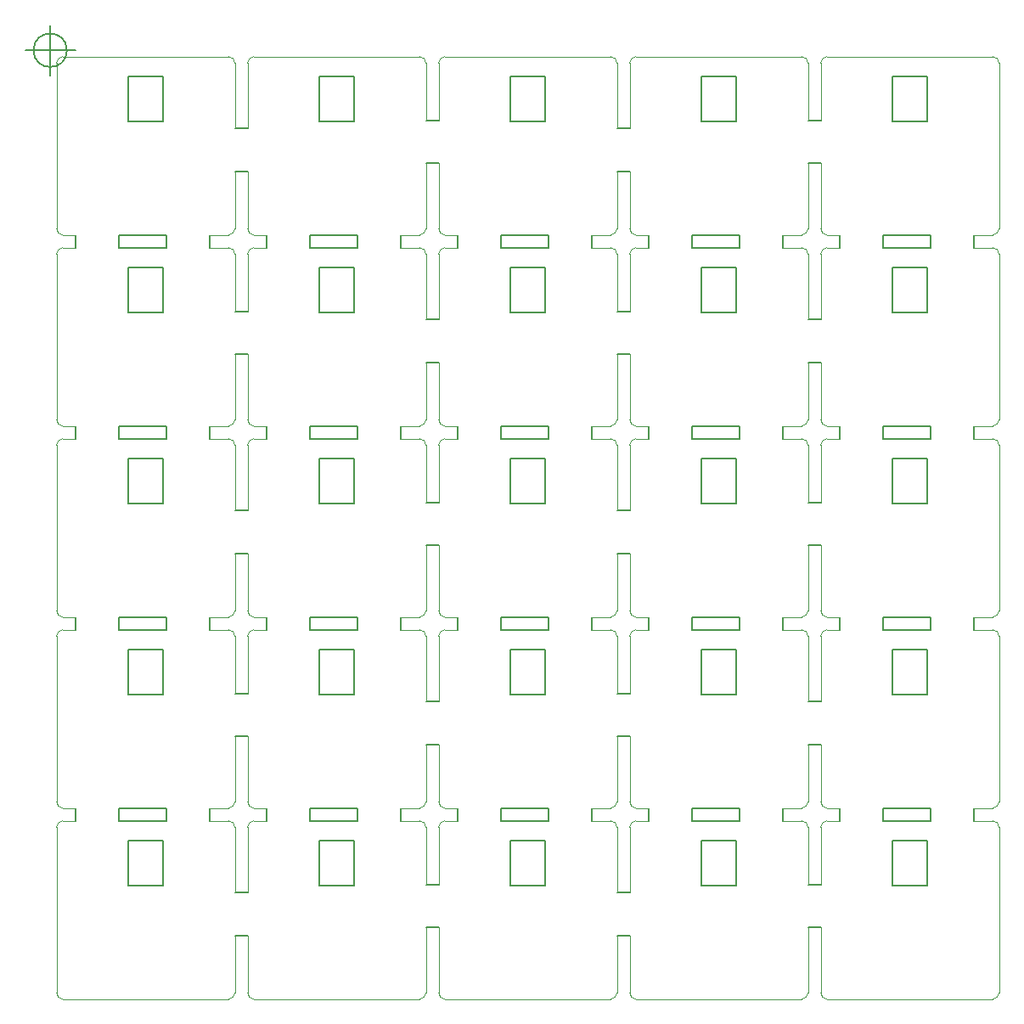
<source format=gm1>
G04 #@! TF.GenerationSoftware,KiCad,Pcbnew,(5.1.6-0-10_14)*
G04 #@! TF.CreationDate,2021-04-19T11:16:05+02:00*
G04 #@! TF.ProjectId,altana,616c7461-6e61-42e6-9b69-6361645f7063,rev?*
G04 #@! TF.SameCoordinates,Original*
G04 #@! TF.FileFunction,Profile,NP*
%FSLAX46Y46*%
G04 Gerber Fmt 4.6, Leading zero omitted, Abs format (unit mm)*
G04 Created by KiCad (PCBNEW (5.1.6-0-10_14)) date 2021-04-19 11:16:05*
%MOMM*%
%LPD*%
G01*
G04 APERTURE LIST*
G04 #@! TA.AperFunction,Profile*
%ADD10C,0.100000*%
G04 #@! TD*
G04 #@! TA.AperFunction,Profile*
%ADD11C,0.150000*%
G04 #@! TD*
G04 #@! TA.AperFunction,Profile*
%ADD12C,0.200000*%
G04 #@! TD*
G04 APERTURE END LIST*
D10*
X83312000Y-103632000D02*
X83312000Y-110157000D01*
X83312000Y-114427000D02*
X83312000Y-120142000D01*
X84582000Y-114427000D02*
X84582000Y-120142000D01*
X84582000Y-110157000D02*
X84582000Y-103632000D01*
D11*
X83312000Y-110157000D02*
X84582000Y-110157000D01*
X83312000Y-114427000D02*
X84582000Y-114427000D01*
D10*
X140462000Y-37417000D02*
X140462000Y-43942000D01*
X141732000Y-37417000D02*
X141732000Y-43942000D01*
X140462000Y-27432000D02*
X140462000Y-33147000D01*
X141732000Y-33147000D02*
X141732000Y-27432000D01*
D11*
X140462000Y-37417000D02*
X141732000Y-37417000D01*
X140462000Y-33147000D02*
X141732000Y-33147000D01*
D10*
X140462000Y-46482000D02*
X140462000Y-53007000D01*
X140462000Y-57277000D02*
X140462000Y-62992000D01*
X140462000Y-75565000D02*
X140462000Y-82042000D01*
X141732000Y-57277000D02*
X141732000Y-62992000D01*
X141732000Y-75517000D02*
X141732000Y-82042000D01*
X140462000Y-65532000D02*
X140462000Y-71247000D01*
X141732000Y-53007000D02*
X141732000Y-46482000D01*
X141732000Y-71247000D02*
X141732000Y-65532000D01*
D11*
X140462000Y-53007000D02*
X141732000Y-53007000D01*
X140462000Y-57277000D02*
X141732000Y-57277000D01*
X140462000Y-75517000D02*
X141732000Y-75517000D01*
X140462000Y-71247000D02*
X141732000Y-71247000D01*
D10*
X140462000Y-84582000D02*
X140462000Y-91107000D01*
X140462000Y-95377000D02*
X140462000Y-101092000D01*
X140462000Y-113617000D02*
X140462000Y-120142000D01*
X141732000Y-95377000D02*
X141732000Y-101092000D01*
X141732000Y-113617000D02*
X141732000Y-120142000D01*
X140462000Y-103632000D02*
X140462000Y-109347000D01*
X141732000Y-91107000D02*
X141732000Y-84582000D01*
X141732000Y-109347000D02*
X141732000Y-103632000D01*
D11*
X140462000Y-91107000D02*
X141732000Y-91107000D01*
X140462000Y-95377000D02*
X141732000Y-95377000D01*
X140462000Y-113617000D02*
X141732000Y-113617000D01*
X140462000Y-109347000D02*
X141732000Y-109347000D01*
D10*
X121412000Y-103632000D02*
X121412000Y-110157000D01*
X121412000Y-114427000D02*
X121412000Y-120142000D01*
X122682000Y-114427000D02*
X122682000Y-120142000D01*
X122682000Y-110157000D02*
X122682000Y-103632000D01*
D11*
X121412000Y-110157000D02*
X122682000Y-110157000D01*
X121412000Y-114427000D02*
X122682000Y-114427000D01*
D10*
X121412000Y-65532000D02*
X121412000Y-72057000D01*
X121412000Y-76327000D02*
X121412000Y-82042000D01*
X121412000Y-94567000D02*
X121412000Y-101092000D01*
X122682000Y-76327000D02*
X122682000Y-82042000D01*
X122682000Y-94567000D02*
X122682000Y-101092000D01*
X121412000Y-84582000D02*
X121412000Y-90297000D01*
X122682000Y-72057000D02*
X122682000Y-65532000D01*
X122682000Y-90297000D02*
X122682000Y-84582000D01*
D11*
X121412000Y-72057000D02*
X122682000Y-72057000D01*
X121412000Y-76327000D02*
X122682000Y-76327000D01*
X121412000Y-94567000D02*
X122682000Y-94567000D01*
X121412000Y-90297000D02*
X122682000Y-90297000D01*
D10*
X121412000Y-27432000D02*
X121412000Y-33957000D01*
X121412000Y-38227000D02*
X121412000Y-43942000D01*
X121412000Y-56467000D02*
X121412000Y-62992000D01*
X122682000Y-38227000D02*
X122682000Y-43942000D01*
X122682000Y-56467000D02*
X122682000Y-62992000D01*
X121412000Y-46482000D02*
X121412000Y-52197000D01*
X122682000Y-33957000D02*
X122682000Y-27432000D01*
X122682000Y-52197000D02*
X122682000Y-46482000D01*
D11*
X121412000Y-33957000D02*
X122682000Y-33957000D01*
X121412000Y-38227000D02*
X122682000Y-38227000D01*
X121412000Y-56467000D02*
X122682000Y-56467000D01*
X121412000Y-52197000D02*
X122682000Y-52197000D01*
D10*
X102362000Y-84582000D02*
X102362000Y-91107000D01*
X102362000Y-95377000D02*
X102362000Y-101092000D01*
X102362000Y-113617000D02*
X102362000Y-120142000D01*
X103632000Y-95377000D02*
X103632000Y-101092000D01*
X103632000Y-113617000D02*
X103632000Y-120142000D01*
X102362000Y-103632000D02*
X102362000Y-109347000D01*
X103632000Y-91107000D02*
X103632000Y-84582000D01*
X103632000Y-109347000D02*
X103632000Y-103632000D01*
D11*
X102362000Y-91107000D02*
X103632000Y-91107000D01*
X102362000Y-95377000D02*
X103632000Y-95377000D01*
X102362000Y-113617000D02*
X103632000Y-113617000D01*
X102362000Y-109347000D02*
X103632000Y-109347000D01*
D10*
X102362000Y-46482000D02*
X102362000Y-53007000D01*
X102362000Y-57277000D02*
X102362000Y-62992000D01*
X102362000Y-75517000D02*
X102362000Y-82042000D01*
X103632000Y-57277000D02*
X103632000Y-62992000D01*
X103632000Y-75517000D02*
X103632000Y-82042000D01*
X102362000Y-65532000D02*
X102362000Y-71247000D01*
X103632000Y-53007000D02*
X103632000Y-46482000D01*
X103632000Y-71247000D02*
X103632000Y-65532000D01*
D11*
X102362000Y-53007000D02*
X103632000Y-53007000D01*
X102362000Y-57277000D02*
X103632000Y-57277000D01*
X102362000Y-75517000D02*
X103632000Y-75517000D01*
X102362000Y-71247000D02*
X103632000Y-71247000D01*
D10*
X102362000Y-37417000D02*
X102362000Y-43942000D01*
X103632000Y-37465000D02*
X103632000Y-43942000D01*
X102362000Y-27432000D02*
X102362000Y-33147000D01*
X103632000Y-33147000D02*
X103632000Y-27432000D01*
D11*
X102362000Y-37417000D02*
X103632000Y-37417000D01*
X102362000Y-33147000D02*
X103632000Y-33147000D01*
D10*
X83312000Y-65532000D02*
X83312000Y-72057000D01*
X83312000Y-76327000D02*
X83312000Y-82042000D01*
X83312000Y-94567000D02*
X83312000Y-101092000D01*
X84582000Y-76327000D02*
X84582000Y-82042000D01*
X84582000Y-94567000D02*
X84582000Y-101092000D01*
X83312000Y-84582000D02*
X83312000Y-90297000D01*
X84582000Y-72057000D02*
X84582000Y-65532000D01*
X84582000Y-90297000D02*
X84582000Y-84582000D01*
D11*
X83312000Y-72057000D02*
X84582000Y-72057000D01*
X83312000Y-76327000D02*
X84582000Y-76327000D01*
X83312000Y-94567000D02*
X84582000Y-94567000D01*
X83312000Y-90297000D02*
X84582000Y-90297000D01*
D12*
X152702000Y-101727000D02*
X147907000Y-101727000D01*
X124587000Y-101727000D02*
X124587000Y-102997000D01*
X147907000Y-102997000D02*
X152702000Y-102997000D01*
D10*
X124587000Y-101727000D02*
X123317000Y-101727000D01*
D11*
X156972000Y-101727000D02*
X156972000Y-102997000D01*
D10*
X86487000Y-101727000D02*
X85217000Y-101727000D01*
D12*
X109807000Y-101727000D02*
X109807000Y-102997000D01*
D10*
X139827000Y-101727000D02*
X137922000Y-101727000D01*
D11*
X152702000Y-101727000D02*
X152702000Y-102997000D01*
X137922000Y-101727000D02*
X137922000Y-102997000D01*
X95552000Y-101727000D02*
X95552000Y-102997000D01*
D12*
X128857000Y-102997000D02*
X133652000Y-102997000D01*
X109807000Y-102997000D02*
X114602000Y-102997000D01*
D10*
X137922000Y-102997000D02*
X139827000Y-102997000D01*
D12*
X147907000Y-101727000D02*
X147907000Y-102997000D01*
X114602000Y-101727000D02*
X109807000Y-101727000D01*
D10*
X105537000Y-101727000D02*
X104267000Y-101727000D01*
D11*
X133652000Y-101727000D02*
X133652000Y-102997000D01*
D10*
X101727000Y-101727000D02*
X99822000Y-101727000D01*
D12*
X105537000Y-101727000D02*
X105537000Y-102997000D01*
X95552000Y-101727000D02*
X90757000Y-101727000D01*
D10*
X120777000Y-101727000D02*
X118872000Y-101727000D01*
D11*
X118872000Y-101727000D02*
X118872000Y-102997000D01*
D12*
X128857000Y-101727000D02*
X128857000Y-102997000D01*
D10*
X124587000Y-102997000D02*
X123317000Y-102997000D01*
X118872000Y-102997000D02*
X120777000Y-102997000D01*
D11*
X114602000Y-101727000D02*
X114602000Y-102997000D01*
D10*
X143637000Y-102997000D02*
X142367000Y-102997000D01*
D12*
X90757000Y-102997000D02*
X95552000Y-102997000D01*
D10*
X105537000Y-102997000D02*
X104267000Y-102997000D01*
D12*
X90757000Y-101727000D02*
X90757000Y-102997000D01*
D10*
X143637000Y-101727000D02*
X142367000Y-101727000D01*
D12*
X67437000Y-101727000D02*
X67437000Y-102997000D01*
X71707000Y-102997000D02*
X76502000Y-102997000D01*
X71707000Y-101727000D02*
X71707000Y-102997000D01*
D11*
X99822000Y-101727000D02*
X99822000Y-102997000D01*
D10*
X156972000Y-102997000D02*
X158877000Y-102997000D01*
D12*
X86487000Y-101727000D02*
X86487000Y-102997000D01*
D10*
X158877000Y-101727000D02*
X156972000Y-101727000D01*
D12*
X143637000Y-101727000D02*
X143637000Y-102997000D01*
X133652000Y-101727000D02*
X128857000Y-101727000D01*
D10*
X86487000Y-102997000D02*
X85217000Y-102997000D01*
X82677000Y-101727000D02*
X80772000Y-101727000D01*
X67437000Y-101727000D02*
X66167000Y-101727000D01*
X80772000Y-102997000D02*
X82677000Y-102997000D01*
X67437000Y-102997000D02*
X66167000Y-102997000D01*
D11*
X76502000Y-101727000D02*
X76502000Y-102997000D01*
X80772000Y-101727000D02*
X80772000Y-102997000D01*
D12*
X76502000Y-101727000D02*
X71707000Y-101727000D01*
D10*
X99822000Y-102997000D02*
X101727000Y-102997000D01*
D12*
X152702000Y-82677000D02*
X147907000Y-82677000D01*
X124587000Y-82677000D02*
X124587000Y-83947000D01*
X147907000Y-83947000D02*
X152702000Y-83947000D01*
D10*
X124587000Y-82677000D02*
X123317000Y-82677000D01*
D11*
X156972000Y-82677000D02*
X156972000Y-83947000D01*
D10*
X86487000Y-82677000D02*
X85217000Y-82677000D01*
D12*
X109807000Y-82677000D02*
X109807000Y-83947000D01*
D10*
X139827000Y-82677000D02*
X137922000Y-82677000D01*
D11*
X152702000Y-82677000D02*
X152702000Y-83947000D01*
X137922000Y-82677000D02*
X137922000Y-83947000D01*
X95552000Y-82677000D02*
X95552000Y-83947000D01*
D12*
X128857000Y-83947000D02*
X133652000Y-83947000D01*
X109807000Y-83947000D02*
X114602000Y-83947000D01*
D10*
X137922000Y-83947000D02*
X139827000Y-83947000D01*
D12*
X147907000Y-82677000D02*
X147907000Y-83947000D01*
X114602000Y-82677000D02*
X109807000Y-82677000D01*
D10*
X105537000Y-82677000D02*
X104267000Y-82677000D01*
D11*
X133652000Y-82677000D02*
X133652000Y-83947000D01*
D10*
X101727000Y-82677000D02*
X99822000Y-82677000D01*
D12*
X105537000Y-82677000D02*
X105537000Y-83947000D01*
X95552000Y-82677000D02*
X90757000Y-82677000D01*
D10*
X120777000Y-82677000D02*
X118872000Y-82677000D01*
D11*
X118872000Y-82677000D02*
X118872000Y-83947000D01*
D12*
X128857000Y-82677000D02*
X128857000Y-83947000D01*
D10*
X124587000Y-83947000D02*
X123317000Y-83947000D01*
X118872000Y-83947000D02*
X120777000Y-83947000D01*
D11*
X114602000Y-82677000D02*
X114602000Y-83947000D01*
D10*
X143637000Y-83947000D02*
X142367000Y-83947000D01*
D12*
X90757000Y-83947000D02*
X95552000Y-83947000D01*
D10*
X105537000Y-83947000D02*
X104267000Y-83947000D01*
D12*
X90757000Y-82677000D02*
X90757000Y-83947000D01*
D10*
X143637000Y-82677000D02*
X142367000Y-82677000D01*
D12*
X67437000Y-82677000D02*
X67437000Y-83947000D01*
X71707000Y-83947000D02*
X76502000Y-83947000D01*
X71707000Y-82677000D02*
X71707000Y-83947000D01*
D11*
X99822000Y-82677000D02*
X99822000Y-83947000D01*
D10*
X156972000Y-83947000D02*
X158877000Y-83947000D01*
D12*
X86487000Y-82677000D02*
X86487000Y-83947000D01*
D10*
X158877000Y-82677000D02*
X156972000Y-82677000D01*
D12*
X143637000Y-82677000D02*
X143637000Y-83947000D01*
X133652000Y-82677000D02*
X128857000Y-82677000D01*
D10*
X86487000Y-83947000D02*
X85217000Y-83947000D01*
X82677000Y-82677000D02*
X80772000Y-82677000D01*
X67437000Y-82677000D02*
X66167000Y-82677000D01*
X80772000Y-83947000D02*
X82677000Y-83947000D01*
X67437000Y-83947000D02*
X66167000Y-83947000D01*
D11*
X76502000Y-82677000D02*
X76502000Y-83947000D01*
X80772000Y-82677000D02*
X80772000Y-83947000D01*
D12*
X76502000Y-82677000D02*
X71707000Y-82677000D01*
D10*
X99822000Y-83947000D02*
X101727000Y-83947000D01*
X141732000Y-84582000D02*
G75*
G02*
X142367000Y-83947000I635000J0D01*
G01*
X122682000Y-84582000D02*
G75*
G02*
X123317000Y-83947000I635000J0D01*
G01*
X103632000Y-84582000D02*
G75*
G02*
X104267000Y-83947000I635000J0D01*
G01*
X84582000Y-84582000D02*
G75*
G02*
X85217000Y-83947000I635000J0D01*
G01*
X65532000Y-84582000D02*
G75*
G02*
X66167000Y-83947000I635000J0D01*
G01*
X142367000Y-82677000D02*
G75*
G02*
X141732000Y-82042000I0J635000D01*
G01*
X123317000Y-82677000D02*
G75*
G02*
X122682000Y-82042000I0J635000D01*
G01*
X104267000Y-82677000D02*
G75*
G02*
X103632000Y-82042000I0J635000D01*
G01*
X85217000Y-82677000D02*
G75*
G02*
X84582000Y-82042000I0J635000D01*
G01*
X66167000Y-82677000D02*
G75*
G02*
X65532000Y-82042000I0J635000D01*
G01*
X158877000Y-83947000D02*
G75*
G02*
X159512000Y-84582000I0J-635000D01*
G01*
X139827000Y-83947000D02*
G75*
G02*
X140462000Y-84582000I0J-635000D01*
G01*
X120777000Y-83947000D02*
G75*
G02*
X121412000Y-84582000I0J-635000D01*
G01*
X101727000Y-83947000D02*
G75*
G02*
X102362000Y-84582000I0J-635000D01*
G01*
X82677000Y-83947000D02*
G75*
G02*
X83312000Y-84582000I0J-635000D01*
G01*
X159512000Y-82042000D02*
G75*
G02*
X158877000Y-82677000I-635000J0D01*
G01*
X140462000Y-82042000D02*
G75*
G02*
X139827000Y-82677000I-635000J0D01*
G01*
X121412000Y-82042000D02*
G75*
G02*
X120777000Y-82677000I-635000J0D01*
G01*
X102362000Y-82042000D02*
G75*
G02*
X101727000Y-82677000I-635000J0D01*
G01*
X83312000Y-82042000D02*
G75*
G02*
X82677000Y-82677000I-635000J0D01*
G01*
D12*
X152702000Y-63627000D02*
X147907000Y-63627000D01*
X124587000Y-63627000D02*
X124587000Y-64897000D01*
X147907000Y-64897000D02*
X152702000Y-64897000D01*
D10*
X124587000Y-63627000D02*
X123317000Y-63627000D01*
D11*
X156972000Y-63627000D02*
X156972000Y-64897000D01*
D10*
X86487000Y-63627000D02*
X85217000Y-63627000D01*
D12*
X109807000Y-63627000D02*
X109807000Y-64897000D01*
D10*
X139827000Y-63627000D02*
X137922000Y-63627000D01*
D11*
X152702000Y-63627000D02*
X152702000Y-64897000D01*
X137922000Y-63627000D02*
X137922000Y-64897000D01*
X95552000Y-63627000D02*
X95552000Y-64897000D01*
D12*
X128857000Y-64897000D02*
X133652000Y-64897000D01*
X109807000Y-64897000D02*
X114602000Y-64897000D01*
D10*
X137922000Y-64897000D02*
X139827000Y-64897000D01*
D12*
X147907000Y-63627000D02*
X147907000Y-64897000D01*
X114602000Y-63627000D02*
X109807000Y-63627000D01*
D10*
X105537000Y-63627000D02*
X104267000Y-63627000D01*
D11*
X133652000Y-63627000D02*
X133652000Y-64897000D01*
D10*
X101727000Y-63627000D02*
X99822000Y-63627000D01*
D12*
X105537000Y-63627000D02*
X105537000Y-64897000D01*
X95552000Y-63627000D02*
X90757000Y-63627000D01*
D10*
X120777000Y-63627000D02*
X118872000Y-63627000D01*
D11*
X118872000Y-63627000D02*
X118872000Y-64897000D01*
D12*
X128857000Y-63627000D02*
X128857000Y-64897000D01*
D10*
X124587000Y-64897000D02*
X123317000Y-64897000D01*
X118872000Y-64897000D02*
X120777000Y-64897000D01*
D11*
X114602000Y-63627000D02*
X114602000Y-64897000D01*
D10*
X143637000Y-64897000D02*
X142367000Y-64897000D01*
D12*
X90757000Y-64897000D02*
X95552000Y-64897000D01*
D10*
X105537000Y-64897000D02*
X104267000Y-64897000D01*
D12*
X90757000Y-63627000D02*
X90757000Y-64897000D01*
D10*
X143637000Y-63627000D02*
X142367000Y-63627000D01*
D12*
X67437000Y-63627000D02*
X67437000Y-64897000D01*
X71707000Y-64897000D02*
X76502000Y-64897000D01*
X71707000Y-63627000D02*
X71707000Y-64897000D01*
D11*
X99822000Y-63627000D02*
X99822000Y-64897000D01*
D10*
X156972000Y-64897000D02*
X158877000Y-64897000D01*
D12*
X86487000Y-63627000D02*
X86487000Y-64897000D01*
D10*
X158877000Y-63627000D02*
X156972000Y-63627000D01*
D12*
X143637000Y-63627000D02*
X143637000Y-64897000D01*
X133652000Y-63627000D02*
X128857000Y-63627000D01*
D10*
X86487000Y-64897000D02*
X85217000Y-64897000D01*
X82677000Y-63627000D02*
X80772000Y-63627000D01*
X67437000Y-63627000D02*
X66167000Y-63627000D01*
X80772000Y-64897000D02*
X82677000Y-64897000D01*
X67437000Y-64897000D02*
X66167000Y-64897000D01*
D11*
X76502000Y-63627000D02*
X76502000Y-64897000D01*
X80772000Y-63627000D02*
X80772000Y-64897000D01*
D12*
X76502000Y-63627000D02*
X71707000Y-63627000D01*
D10*
X99822000Y-64897000D02*
X101727000Y-64897000D01*
D12*
X143637000Y-44577000D02*
X143637000Y-45847000D01*
X147907000Y-45847000D02*
X152702000Y-45847000D01*
X147907000Y-44577000D02*
X147907000Y-45847000D01*
D10*
X158877000Y-44577000D02*
X156972000Y-44577000D01*
X143637000Y-44577000D02*
X142367000Y-44577000D01*
X156972000Y-45847000D02*
X158877000Y-45847000D01*
X143637000Y-45847000D02*
X142367000Y-45847000D01*
D11*
X152702000Y-44577000D02*
X152702000Y-45847000D01*
X156972000Y-44577000D02*
X156972000Y-45847000D01*
D12*
X152702000Y-44577000D02*
X147907000Y-44577000D01*
X124587000Y-44577000D02*
X124587000Y-45847000D01*
X128857000Y-45847000D02*
X133652000Y-45847000D01*
X128857000Y-44577000D02*
X128857000Y-45847000D01*
D10*
X139827000Y-44577000D02*
X137922000Y-44577000D01*
X124587000Y-44577000D02*
X123317000Y-44577000D01*
X137922000Y-45847000D02*
X139827000Y-45847000D01*
X124587000Y-45847000D02*
X123317000Y-45847000D01*
D11*
X133652000Y-44577000D02*
X133652000Y-45847000D01*
X137922000Y-44577000D02*
X137922000Y-45847000D01*
D12*
X133652000Y-44577000D02*
X128857000Y-44577000D01*
X105537000Y-44577000D02*
X105537000Y-45847000D01*
X109807000Y-45847000D02*
X114602000Y-45847000D01*
X109807000Y-44577000D02*
X109807000Y-45847000D01*
D10*
X120777000Y-44577000D02*
X118872000Y-44577000D01*
X105537000Y-44577000D02*
X104267000Y-44577000D01*
X118872000Y-45847000D02*
X120777000Y-45847000D01*
X105537000Y-45847000D02*
X104267000Y-45847000D01*
D11*
X114602000Y-44577000D02*
X114602000Y-45847000D01*
X118872000Y-44577000D02*
X118872000Y-45847000D01*
D12*
X114602000Y-44577000D02*
X109807000Y-44577000D01*
X86487000Y-44577000D02*
X86487000Y-45847000D01*
X90757000Y-45847000D02*
X95552000Y-45847000D01*
X90757000Y-44577000D02*
X90757000Y-45847000D01*
D10*
X101727000Y-44577000D02*
X99822000Y-44577000D01*
X86487000Y-44577000D02*
X85217000Y-44577000D01*
X99822000Y-45847000D02*
X101727000Y-45847000D01*
X86487000Y-45847000D02*
X85217000Y-45847000D01*
D11*
X95552000Y-44577000D02*
X95552000Y-45847000D01*
X99822000Y-44577000D02*
X99822000Y-45847000D01*
D12*
X95552000Y-44577000D02*
X90757000Y-44577000D01*
X67437000Y-44577000D02*
X67437000Y-45847000D01*
X71707000Y-45847000D02*
X76502000Y-45847000D01*
X71707000Y-44577000D02*
X71707000Y-45847000D01*
X76502000Y-44577000D02*
X71707000Y-44577000D01*
D11*
X83312000Y-52197000D02*
X84582000Y-52197000D01*
X83312000Y-56467000D02*
X84582000Y-56467000D01*
X80772000Y-44577000D02*
X80772000Y-45847000D01*
X76502000Y-44577000D02*
X76502000Y-45847000D01*
X83312000Y-38227000D02*
X84582000Y-38227000D01*
X83312000Y-33957000D02*
X84582000Y-33957000D01*
D10*
X158877000Y-120777000D02*
X142367000Y-120777000D01*
X139827000Y-120777000D02*
X123317000Y-120777000D01*
X120777000Y-120777000D02*
X104267000Y-120777000D01*
X101727000Y-120777000D02*
X85217000Y-120777000D01*
X82677000Y-120777000D02*
X66167000Y-120777000D01*
X65532000Y-120142000D02*
X65532000Y-103632000D01*
X65532000Y-101092000D02*
X65532000Y-84582000D01*
X65532000Y-82042000D02*
X65532000Y-65532000D01*
X84582000Y-52197000D02*
X84582000Y-46482000D01*
X65532000Y-62992000D02*
X65532000Y-46482000D01*
X84582000Y-33957000D02*
X84582000Y-27432000D01*
X141732000Y-103632000D02*
G75*
G02*
X142367000Y-102997000I635000J0D01*
G01*
X122682000Y-103632000D02*
G75*
G02*
X123317000Y-102997000I635000J0D01*
G01*
X103632000Y-103632000D02*
G75*
G02*
X104267000Y-102997000I635000J0D01*
G01*
X84582000Y-103632000D02*
G75*
G02*
X85217000Y-102997000I635000J0D01*
G01*
X65532000Y-103632000D02*
G75*
G02*
X66167000Y-102997000I635000J0D01*
G01*
X141732000Y-65532000D02*
G75*
G02*
X142367000Y-64897000I635000J0D01*
G01*
X122682000Y-65532000D02*
G75*
G02*
X123317000Y-64897000I635000J0D01*
G01*
X103632000Y-65532000D02*
G75*
G02*
X104267000Y-64897000I635000J0D01*
G01*
X84582000Y-65532000D02*
G75*
G02*
X85217000Y-64897000I635000J0D01*
G01*
X65532000Y-65532000D02*
G75*
G02*
X66167000Y-64897000I635000J0D01*
G01*
X141732000Y-46482000D02*
G75*
G02*
X142367000Y-45847000I635000J0D01*
G01*
X122682000Y-46482000D02*
G75*
G02*
X123317000Y-45847000I635000J0D01*
G01*
X103632000Y-46482000D02*
G75*
G02*
X104267000Y-45847000I635000J0D01*
G01*
X84582000Y-46482000D02*
G75*
G02*
X85217000Y-45847000I635000J0D01*
G01*
X65532000Y-46482000D02*
G75*
G02*
X66167000Y-45847000I635000J0D01*
G01*
X141732000Y-27432000D02*
G75*
G02*
X142367000Y-26797000I635000J0D01*
G01*
X122682000Y-27432000D02*
G75*
G02*
X123317000Y-26797000I635000J0D01*
G01*
X103632000Y-27432000D02*
G75*
G02*
X104267000Y-26797000I635000J0D01*
G01*
X84582000Y-27432000D02*
G75*
G02*
X85217000Y-26797000I635000J0D01*
G01*
X142367000Y-120777000D02*
G75*
G02*
X141732000Y-120142000I0J635000D01*
G01*
X123317000Y-120777000D02*
G75*
G02*
X122682000Y-120142000I0J635000D01*
G01*
X104267000Y-120777000D02*
G75*
G02*
X103632000Y-120142000I0J635000D01*
G01*
X85217000Y-120777000D02*
G75*
G02*
X84582000Y-120142000I0J635000D01*
G01*
X66167000Y-120777000D02*
G75*
G02*
X65532000Y-120142000I0J635000D01*
G01*
X142367000Y-101727000D02*
G75*
G02*
X141732000Y-101092000I0J635000D01*
G01*
X123317000Y-101727000D02*
G75*
G02*
X122682000Y-101092000I0J635000D01*
G01*
X104267000Y-101727000D02*
G75*
G02*
X103632000Y-101092000I0J635000D01*
G01*
X85217000Y-101727000D02*
G75*
G02*
X84582000Y-101092000I0J635000D01*
G01*
X66167000Y-101727000D02*
G75*
G02*
X65532000Y-101092000I0J635000D01*
G01*
X142367000Y-63627000D02*
G75*
G02*
X141732000Y-62992000I0J635000D01*
G01*
X123317000Y-63627000D02*
G75*
G02*
X122682000Y-62992000I0J635000D01*
G01*
X104267000Y-63627000D02*
G75*
G02*
X103632000Y-62992000I0J635000D01*
G01*
X85217000Y-63627000D02*
G75*
G02*
X84582000Y-62992000I0J635000D01*
G01*
X66167000Y-63627000D02*
G75*
G02*
X65532000Y-62992000I0J635000D01*
G01*
X142367000Y-44577000D02*
G75*
G02*
X141732000Y-43942000I0J635000D01*
G01*
X123317000Y-44577000D02*
G75*
G02*
X122682000Y-43942000I0J635000D01*
G01*
X104267000Y-44577000D02*
G75*
G02*
X103632000Y-43942000I0J635000D01*
G01*
X85217000Y-44577000D02*
G75*
G02*
X84582000Y-43942000I0J635000D01*
G01*
X159512000Y-103632000D02*
X159512000Y-120142000D01*
X159512000Y-84582000D02*
X159512000Y-101092000D01*
X159512000Y-65532000D02*
X159512000Y-82042000D01*
X159512000Y-46482000D02*
X159512000Y-62992000D01*
X83312000Y-46482000D02*
X83312000Y-52197000D01*
X159512000Y-27432000D02*
X159512000Y-43942000D01*
X67437000Y-45847000D02*
X66167000Y-45847000D01*
X84582000Y-56467000D02*
X84582000Y-62992000D01*
X84582000Y-38227000D02*
X84582000Y-43942000D01*
X83312000Y-56467000D02*
X83312000Y-62992000D01*
X158877000Y-102997000D02*
G75*
G02*
X159512000Y-103632000I0J-635000D01*
G01*
X139827000Y-102997000D02*
G75*
G02*
X140462000Y-103632000I0J-635000D01*
G01*
X120777000Y-102997000D02*
G75*
G02*
X121412000Y-103632000I0J-635000D01*
G01*
X101727000Y-102997000D02*
G75*
G02*
X102362000Y-103632000I0J-635000D01*
G01*
X82677000Y-102997000D02*
G75*
G02*
X83312000Y-103632000I0J-635000D01*
G01*
X158877000Y-64897000D02*
G75*
G02*
X159512000Y-65532000I0J-635000D01*
G01*
X139827000Y-64897000D02*
G75*
G02*
X140462000Y-65532000I0J-635000D01*
G01*
X120777000Y-64897000D02*
G75*
G02*
X121412000Y-65532000I0J-635000D01*
G01*
X101727000Y-64897000D02*
G75*
G02*
X102362000Y-65532000I0J-635000D01*
G01*
X82677000Y-64897000D02*
G75*
G02*
X83312000Y-65532000I0J-635000D01*
G01*
X158877000Y-45847000D02*
G75*
G02*
X159512000Y-46482000I0J-635000D01*
G01*
X139827000Y-45847000D02*
G75*
G02*
X140462000Y-46482000I0J-635000D01*
G01*
X120777000Y-45847000D02*
G75*
G02*
X121412000Y-46482000I0J-635000D01*
G01*
X101727000Y-45847000D02*
G75*
G02*
X102362000Y-46482000I0J-635000D01*
G01*
X82677000Y-45847000D02*
G75*
G02*
X83312000Y-46482000I0J-635000D01*
G01*
X158877000Y-26797000D02*
G75*
G02*
X159512000Y-27432000I0J-635000D01*
G01*
X139827000Y-26797000D02*
G75*
G02*
X140462000Y-27432000I0J-635000D01*
G01*
X120777000Y-26797000D02*
G75*
G02*
X121412000Y-27432000I0J-635000D01*
G01*
X101727000Y-26797000D02*
G75*
G02*
X102362000Y-27432000I0J-635000D01*
G01*
X159512000Y-120142000D02*
G75*
G02*
X158877000Y-120777000I-635000J0D01*
G01*
X140462000Y-120142000D02*
G75*
G02*
X139827000Y-120777000I-635000J0D01*
G01*
X121412000Y-120142000D02*
G75*
G02*
X120777000Y-120777000I-635000J0D01*
G01*
X102362000Y-120142000D02*
G75*
G02*
X101727000Y-120777000I-635000J0D01*
G01*
X83312000Y-120142000D02*
G75*
G02*
X82677000Y-120777000I-635000J0D01*
G01*
X159512000Y-101092000D02*
G75*
G02*
X158877000Y-101727000I-635000J0D01*
G01*
X140462000Y-101092000D02*
G75*
G02*
X139827000Y-101727000I-635000J0D01*
G01*
X121412000Y-101092000D02*
G75*
G02*
X120777000Y-101727000I-635000J0D01*
G01*
X102362000Y-101092000D02*
G75*
G02*
X101727000Y-101727000I-635000J0D01*
G01*
X83312000Y-101092000D02*
G75*
G02*
X82677000Y-101727000I-635000J0D01*
G01*
X159512000Y-62992000D02*
G75*
G02*
X158877000Y-63627000I-635000J0D01*
G01*
X140462000Y-62992000D02*
G75*
G02*
X139827000Y-63627000I-635000J0D01*
G01*
X121412000Y-62992000D02*
G75*
G02*
X120777000Y-63627000I-635000J0D01*
G01*
X102362000Y-62992000D02*
G75*
G02*
X101727000Y-63627000I-635000J0D01*
G01*
X83312000Y-62992000D02*
G75*
G02*
X82677000Y-63627000I-635000J0D01*
G01*
X159512000Y-43942000D02*
G75*
G02*
X158877000Y-44577000I-635000J0D01*
G01*
X140462000Y-43942000D02*
G75*
G02*
X139827000Y-44577000I-635000J0D01*
G01*
X121412000Y-43942000D02*
G75*
G02*
X120777000Y-44577000I-635000J0D01*
G01*
X102362000Y-43942000D02*
G75*
G02*
X101727000Y-44577000I-635000J0D01*
G01*
X80772000Y-45847000D02*
X82677000Y-45847000D01*
X142367000Y-26797000D02*
X158877000Y-26797000D01*
X123317000Y-26797000D02*
X139827000Y-26797000D01*
X104267000Y-26797000D02*
X120777000Y-26797000D01*
X85217000Y-26797000D02*
X101727000Y-26797000D01*
X67437000Y-44577000D02*
X66167000Y-44577000D01*
X65532000Y-43942000D02*
X65532000Y-27432000D01*
X65532000Y-27432000D02*
G75*
G02*
X66167000Y-26797000I635000J0D01*
G01*
X66167000Y-44577000D02*
G75*
G02*
X65532000Y-43942000I0J635000D01*
G01*
X82677000Y-44577000D02*
X80772000Y-44577000D01*
X66167000Y-26797000D02*
X82677000Y-26797000D01*
X83312000Y-43942000D02*
G75*
G02*
X82677000Y-44577000I-635000J0D01*
G01*
X82677000Y-26797000D02*
G75*
G02*
X83312000Y-27432000I0J-635000D01*
G01*
X83312000Y-38227000D02*
X83312000Y-43942000D01*
X83312000Y-27432000D02*
X83312000Y-33957000D01*
D11*
X66563666Y-26162000D02*
G75*
G03*
X66563666Y-26162000I-1666666J0D01*
G01*
X62397000Y-26162000D02*
X67397000Y-26162000D01*
X64897000Y-23662000D02*
X64897000Y-28662000D01*
X91722000Y-28752000D02*
X95222000Y-28752000D01*
X95222000Y-33252000D02*
X91722000Y-33252000D01*
X91722000Y-33252000D02*
X91722000Y-28752000D01*
X95222000Y-33252000D02*
X95222000Y-28752000D01*
X148872000Y-104952000D02*
X152372000Y-104952000D01*
X152372000Y-109452000D02*
X148872000Y-109452000D01*
X148872000Y-109452000D02*
X148872000Y-104952000D01*
X152372000Y-109452000D02*
X152372000Y-104952000D01*
X129822000Y-104952000D02*
X133322000Y-104952000D01*
X133322000Y-109452000D02*
X129822000Y-109452000D01*
X129822000Y-109452000D02*
X129822000Y-104952000D01*
X133322000Y-109452000D02*
X133322000Y-104952000D01*
X110772000Y-104952000D02*
X114272000Y-104952000D01*
X114272000Y-109452000D02*
X110772000Y-109452000D01*
X110772000Y-109452000D02*
X110772000Y-104952000D01*
X114272000Y-109452000D02*
X114272000Y-104952000D01*
X91722000Y-104952000D02*
X95222000Y-104952000D01*
X95222000Y-109452000D02*
X91722000Y-109452000D01*
X91722000Y-109452000D02*
X91722000Y-104952000D01*
X95222000Y-109452000D02*
X95222000Y-104952000D01*
X72672000Y-104952000D02*
X76172000Y-104952000D01*
X76172000Y-109452000D02*
X72672000Y-109452000D01*
X72672000Y-109452000D02*
X72672000Y-104952000D01*
X76172000Y-109452000D02*
X76172000Y-104952000D01*
X148872000Y-85902000D02*
X152372000Y-85902000D01*
X152372000Y-90402000D02*
X148872000Y-90402000D01*
X148872000Y-90402000D02*
X148872000Y-85902000D01*
X152372000Y-90402000D02*
X152372000Y-85902000D01*
X129822000Y-85902000D02*
X133322000Y-85902000D01*
X133322000Y-90402000D02*
X129822000Y-90402000D01*
X129822000Y-90402000D02*
X129822000Y-85902000D01*
X133322000Y-90402000D02*
X133322000Y-85902000D01*
X110772000Y-85902000D02*
X114272000Y-85902000D01*
X114272000Y-90402000D02*
X110772000Y-90402000D01*
X110772000Y-90402000D02*
X110772000Y-85902000D01*
X114272000Y-90402000D02*
X114272000Y-85902000D01*
X91722000Y-85902000D02*
X95222000Y-85902000D01*
X95222000Y-90402000D02*
X91722000Y-90402000D01*
X91722000Y-90402000D02*
X91722000Y-85902000D01*
X95222000Y-90402000D02*
X95222000Y-85902000D01*
X72672000Y-85902000D02*
X76172000Y-85902000D01*
X76172000Y-90402000D02*
X72672000Y-90402000D01*
X72672000Y-90402000D02*
X72672000Y-85902000D01*
X76172000Y-90402000D02*
X76172000Y-85902000D01*
X148872000Y-66852000D02*
X152372000Y-66852000D01*
X152372000Y-71352000D02*
X148872000Y-71352000D01*
X148872000Y-71352000D02*
X148872000Y-66852000D01*
X152372000Y-71352000D02*
X152372000Y-66852000D01*
X129822000Y-66852000D02*
X133322000Y-66852000D01*
X133322000Y-71352000D02*
X129822000Y-71352000D01*
X129822000Y-71352000D02*
X129822000Y-66852000D01*
X133322000Y-71352000D02*
X133322000Y-66852000D01*
X110772000Y-66852000D02*
X114272000Y-66852000D01*
X114272000Y-71352000D02*
X110772000Y-71352000D01*
X110772000Y-71352000D02*
X110772000Y-66852000D01*
X114272000Y-71352000D02*
X114272000Y-66852000D01*
X91722000Y-66852000D02*
X95222000Y-66852000D01*
X95222000Y-71352000D02*
X91722000Y-71352000D01*
X91722000Y-71352000D02*
X91722000Y-66852000D01*
X95222000Y-71352000D02*
X95222000Y-66852000D01*
X72672000Y-66852000D02*
X76172000Y-66852000D01*
X76172000Y-71352000D02*
X72672000Y-71352000D01*
X72672000Y-71352000D02*
X72672000Y-66852000D01*
X76172000Y-71352000D02*
X76172000Y-66852000D01*
X148872000Y-47802000D02*
X152372000Y-47802000D01*
X152372000Y-52302000D02*
X148872000Y-52302000D01*
X148872000Y-52302000D02*
X148872000Y-47802000D01*
X152372000Y-52302000D02*
X152372000Y-47802000D01*
X129822000Y-47802000D02*
X133322000Y-47802000D01*
X133322000Y-52302000D02*
X129822000Y-52302000D01*
X129822000Y-52302000D02*
X129822000Y-47802000D01*
X133322000Y-52302000D02*
X133322000Y-47802000D01*
X110772000Y-47802000D02*
X114272000Y-47802000D01*
X114272000Y-52302000D02*
X110772000Y-52302000D01*
X110772000Y-52302000D02*
X110772000Y-47802000D01*
X114272000Y-52302000D02*
X114272000Y-47802000D01*
X91722000Y-47802000D02*
X95222000Y-47802000D01*
X95222000Y-52302000D02*
X91722000Y-52302000D01*
X91722000Y-52302000D02*
X91722000Y-47802000D01*
X95222000Y-52302000D02*
X95222000Y-47802000D01*
X72672000Y-47802000D02*
X76172000Y-47802000D01*
X76172000Y-52302000D02*
X72672000Y-52302000D01*
X72672000Y-52302000D02*
X72672000Y-47802000D01*
X76172000Y-52302000D02*
X76172000Y-47802000D01*
X148872000Y-28752000D02*
X152372000Y-28752000D01*
X152372000Y-33252000D02*
X148872000Y-33252000D01*
X148872000Y-33252000D02*
X148872000Y-28752000D01*
X152372000Y-33252000D02*
X152372000Y-28752000D01*
X129822000Y-28752000D02*
X133322000Y-28752000D01*
X133322000Y-33252000D02*
X129822000Y-33252000D01*
X129822000Y-33252000D02*
X129822000Y-28752000D01*
X133322000Y-33252000D02*
X133322000Y-28752000D01*
X110772000Y-28752000D02*
X114272000Y-28752000D01*
X114272000Y-33252000D02*
X110772000Y-33252000D01*
X110772000Y-33252000D02*
X110772000Y-28752000D01*
X114272000Y-33252000D02*
X114272000Y-28752000D01*
X72672000Y-28752000D02*
X76172000Y-28752000D01*
X76172000Y-33252000D02*
X72672000Y-33252000D01*
X72672000Y-33252000D02*
X72672000Y-28752000D01*
X76172000Y-33252000D02*
X76172000Y-28752000D01*
M02*

</source>
